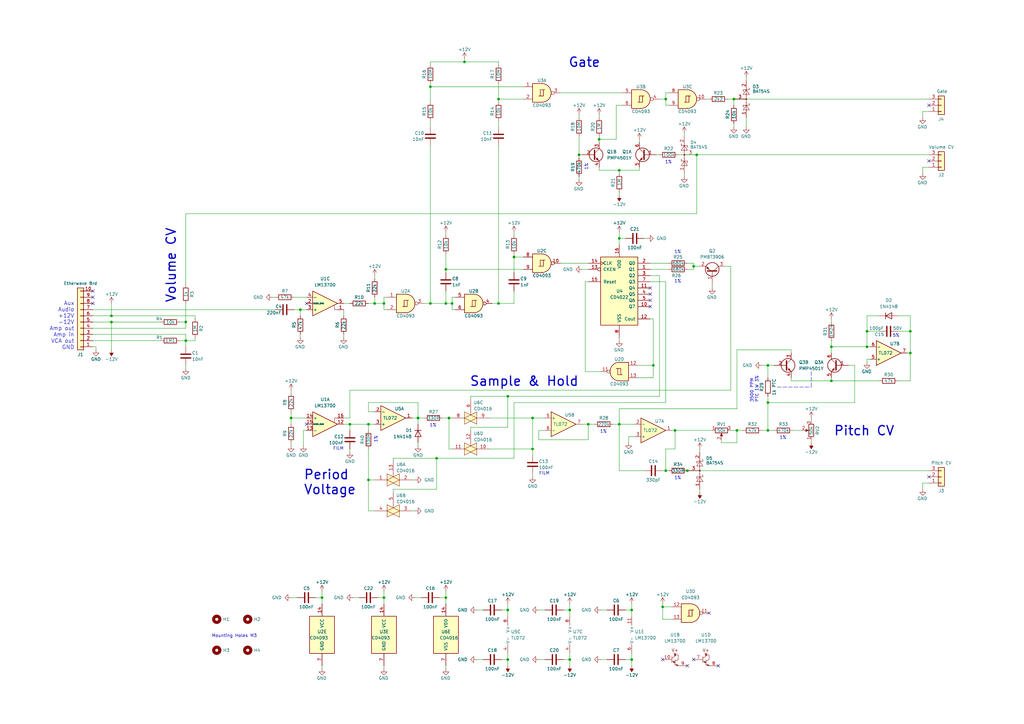
<source format=kicad_sch>
(kicad_sch (version 20231120) (generator "eeschema") (generator_version "8.0")
  (paper "A3")
  (title_block (title "Etherwave Gate & CV Extension") (date "2023-05-18") (rev "0") (company "Riven Hexagon Electronics"))
  (junction (at 153.67 124.46))
  (junction (at 123.19 127))
  (junction (at 273.05 193.04))
  (junction (at 373.38 144.78))
  (junction (at 259.08 270.51))
  (junction (at 314.96 176.53))
  (junction (at 157.48 245.11))
  (junction (at 119.38 171.45))
  (junction (at 185.42 124.46))
  (junction (at 45.72 129.54))
  (junction (at 143.51 173.99))
  (junction (at 182.88 245.11))
  (junction (at 271.78 248.92))
  (junction (at 300.99 40.64))
  (junction (at 204.47 40.64))
  (junction (at 314.96 165.1))
  (junction (at 184.15 171.45))
  (junction (at 208.28 250.19))
  (junction (at 241.3 173.99))
  (junction (at 273.05 40.64))
  (junction (at 285.75 63.5))
  (junction (at 182.88 110.49))
  (junction (at 176.53 124.46))
  (junction (at 151.13 196.85))
  (junction (at 171.45 171.45))
  (junction (at 373.38 135.89))
  (junction (at 281.94 193.04))
  (junction (at 208.28 162.56))
  (junction (at 233.68 270.51))
  (junction (at 267.97 149.86))
  (junction (at 208.28 270.51))
  (junction (at 245.745 57.15))
  (junction (at 254 173.99))
  (junction (at 276.86 176.53))
  (junction (at 233.68 250.19))
  (junction (at 45.72 132.08))
  (junction (at 210.82 105.41))
  (junction (at 259.08 250.19))
  (junction (at 151.13 173.99))
  (junction (at 179.07 187.96))
  (junction (at 176.53 35.56))
  (junction (at 132.08 245.11))
  (junction (at 355.6 135.89))
  (junction (at 340.995 156.21))
  (junction (at 355.6 142.24))
  (junction (at 190.5 25.4))
  (junction (at 76.2 132.08))
  (junction (at 254 97.79))
  (junction (at 76.2 139.7))
  (junction (at 340.995 142.24))
  (junction (at 204.47 124.46))
  (junction (at 218.44 171.45))
  (junction (at 314.96 149.86))
  (junction (at 254 69.85))
  (junction (at 302.26 176.53))
  (junction (at 157.48 124.46))
  (junction (at 182.88 124.46))
  (junction (at 237.49 63.5))
  (junction (at 284.48 109.22))
  (junction (at 218.44 184.15))
  (no_connect (at 125.73 173.99))
  (no_connect (at 266.7 125.73))
  (no_connect (at 266.7 120.65))
  (no_connect (at 381 195.58))
  (no_connect (at 290.83 251.46))
  (no_connect (at 294.64 273.05))
  (no_connect (at 281.94 273.05))
  (no_connect (at 381 43.18))
  (no_connect (at 271.78 270.51))
  (no_connect (at 38.1 119.38))
  (no_connect (at 381 66.04))
  (no_connect (at 266.7 123.19))
  (no_connect (at 38.1 124.46))
  (no_connect (at 38.1 121.92))
  (no_connect (at 266.7 118.11))
  (no_connect (at 284.48 270.51))
  (no_connect (at 125.73 124.46))
  (wire (pts (xy 237.49 63.5) (xy 237.49 64.77)))
  (wire (pts (xy 201.93 124.46) (xy 204.47 124.46)))
  (wire (pts (xy 119.38 181.61) (xy 119.38 182.88)))
  (wire (pts (xy 153.67 124.46) (xy 157.48 124.46)))
  (wire (pts (xy 284.48 107.95) (xy 284.48 109.22)))
  (wire (pts (xy 143.51 160.02) (xy 299.72 160.02)))
  (wire (pts (xy 360.68 129.54) (xy 355.6 129.54)))
  (wire (pts (xy 266.7 110.49) (xy 274.32 110.49)))
  (wire (pts (xy 223.52 176.53) (xy 220.98 176.53)))
  (wire (pts (xy 182.88 95.25) (xy 182.88 96.52)))
  (wire (pts (xy 132.08 242.57) (xy 132.08 245.11)))
  (wire (pts (xy 143.51 184.15) (xy 143.51 185.42)))
  (wire (pts (xy 238.76 110.49) (xy 241.3 110.49)))
  (wire (pts (xy 132.08 247.65) (xy 132.08 245.11)))
  (wire (pts (xy 273.05 43.18) (xy 273.05 40.64)))
  (wire (pts (xy 324.485 143.51) (xy 302.26 143.51)))
  (wire (pts (xy 233.68 252.73) (xy 233.68 250.19)))
  (wire (pts (xy 171.45 171.45) (xy 171.45 173.99)))
  (wire (pts (xy 295.91 181.61) (xy 302.26 181.61)))
  (wire (pts (xy 340.995 142.24) (xy 355.6 142.24)))
  (wire (pts (xy 324.485 144.78) (xy 324.485 143.51)))
  (wire (pts (xy 176.53 25.4) (xy 176.53 26.67)))
  (wire (pts (xy 119.38 160.02) (xy 119.38 161.29)))
  (wire (pts (xy 200.66 184.15) (xy 218.44 184.15)))
  (wire (pts (xy 182.88 104.14) (xy 182.88 110.49)))
  (wire (pts (xy 325.12 176.53) (xy 328.93 176.53)))
  (wire (pts (xy 251.46 173.99) (xy 254 173.99)))
  (wire (pts (xy 278.13 63.5) (xy 285.75 63.5)))
  (wire (pts (xy 273.05 193.04) (xy 273.05 184.15)))
  (wire (pts (xy 246.38 250.19) (xy 248.92 250.19)))
  (wire (pts (xy 182.88 273.05) (xy 182.88 274.32)))
  (wire (pts (xy 123.19 127) (xy 125.73 127)))
  (wire (pts (xy 254 97.79) (xy 254 100.33)))
  (wire (pts (xy 298.45 40.64) (xy 300.99 40.64)))
  (wire (pts (xy 245.745 57.15) (xy 252.73 57.15)))
  (wire (pts (xy 153.67 168.91) (xy 151.13 168.91)))
  (wire (pts (xy 261.62 149.86) (xy 267.97 149.86)))
  (wire (pts (xy 381 68.58) (xy 378.46 68.58)))
  (wire (pts (xy 259.08 270.51) (xy 259.08 273.05)))
  (wire (pts (xy 143.51 173.99) (xy 151.13 173.99)))
  (wire (pts (xy 267.97 130.81) (xy 267.97 149.86)))
  (wire (pts (xy 76.2 137.16) (xy 76.2 139.7)))
  (wire (pts (xy 157.48 247.65) (xy 157.48 245.11)))
  (wire (pts (xy 245.745 57.15) (xy 245.745 58.42)))
  (wire (pts (xy 161.29 189.23) (xy 161.29 187.96)))
  (wire (pts (xy 262.255 68.58) (xy 262.255 69.85)))
  (wire (pts (xy 153.67 124.46) (xy 153.67 121.92)))
  (wire (pts (xy 193.04 162.56) (xy 208.28 162.56)))
  (wire (pts (xy 259.08 247.65) (xy 259.08 250.19)))
  (wire (pts (xy 204.47 49.53) (xy 204.47 52.07)))
  (wire (pts (xy 144.78 245.11) (xy 147.32 245.11)))
  (wire (pts (xy 312.42 176.53) (xy 314.96 176.53)))
  (wire (pts (xy 373.38 129.54) (xy 368.3 129.54)))
  (wire (pts (xy 181.61 171.45) (xy 184.15 171.45)))
  (wire (pts (xy 314.96 165.1) (xy 350.52 165.1)))
  (wire (pts (xy 378.46 68.58) (xy 378.46 71.12)))
  (wire (pts (xy 157.48 245.11) (xy 154.94 245.11)))
  (wire (pts (xy 284.48 109.22) (xy 287.02 109.22)))
  (wire (pts (xy 208.28 162.56) (xy 270.51 162.56)))
  (wire (pts (xy 273.05 40.64) (xy 270.51 40.64)))
  (wire (pts (xy 204.47 26.67) (xy 204.47 25.4)))
  (wire (pts (xy 45.72 132.08) (xy 45.72 143.51)))
  (wire (pts (xy 237.49 55.88) (xy 237.49 63.5)))
  (wire (pts (xy 259.08 267.97) (xy 259.08 270.51)))
  (wire (pts (xy 185.42 127) (xy 186.69 127)))
  (wire (pts (xy 273.05 38.1) (xy 273.05 40.64)))
  (wire (pts (xy 220.98 250.19) (xy 223.52 250.19)))
  (wire (pts (xy 39.37 142.24) (xy 38.1 142.24)))
  (wire (pts (xy 241.3 173.99) (xy 238.76 173.99)))
  (wire (pts (xy 233.68 270.51) (xy 231.14 270.51)))
  (wire (pts (xy 266.7 115.57) (xy 273.05 115.57)))
  (wire (pts (xy 355.6 142.24) (xy 355.6 135.89)))
  (wire (pts (xy 332.74 171.45) (xy 332.74 172.72)))
  (wire (pts (xy 184.15 171.45) (xy 184.15 184.15)))
  (wire (pts (xy 368.3 156.21) (xy 373.38 156.21)))
  (wire (pts (xy 168.91 209.55) (xy 170.18 209.55)))
  (wire (pts (xy 237.49 46.99) (xy 237.49 48.26)))
  (wire (pts (xy 271.78 248.92) (xy 271.78 247.65)))
  (wire (pts (xy 324.485 154.94) (xy 324.485 156.21)))
  (wire (pts (xy 314.96 165.1) (xy 314.96 176.53)))
  (wire (pts (xy 76.2 149.86) (xy 76.2 151.13)))
  (wire (pts (xy 254 138.43) (xy 254 139.7)))
  (wire (pts (xy 254 173.99) (xy 260.35 173.99)))
  (wire (pts (xy 306.07 31.75) (xy 306.07 33.02)))
  (wire (pts (xy 300.99 40.64) (xy 300.99 43.18)))
  (wire (pts (xy 124.46 182.88) (xy 124.46 176.53)))
  (wire (pts (xy 259.08 250.19) (xy 256.54 250.19)))
  (wire (pts (xy 208.28 250.19) (xy 205.74 250.19)))
  (wire (pts (xy 161.29 200.66) (xy 179.07 200.66)))
  (wire (pts (xy 237.49 63.5) (xy 238.76 63.5)))
  (wire (pts (xy 157.48 121.92) (xy 157.48 124.46)))
  (wire (pts (xy 273.05 165.1) (xy 210.82 165.1)))
  (wire (pts (xy 340.995 130.81) (xy 340.995 132.08)))
  (wire (pts (xy 204.47 41.91) (xy 204.47 40.64)))
  (wire (pts (xy 287.02 184.15) (xy 287.02 185.42)))
  (wire (pts (xy 182.88 242.57) (xy 182.88 245.11)))
  (wire (pts (xy 210.82 165.1) (xy 210.82 187.96)))
  (wire (pts (xy 306.07 48.26) (xy 306.07 52.07)))
  (wire (pts (xy 151.13 184.15) (xy 151.13 196.85)))
  (wire (pts (xy 260.35 179.07) (xy 257.81 179.07)))
  (wire (pts (xy 355.6 135.89) (xy 360.68 135.89)))
  (wire (pts (xy 314.96 176.53) (xy 317.5 176.53)))
  (wire (pts (xy 120.65 127) (xy 123.19 127)))
  (wire (pts (xy 151.13 168.91) (xy 151.13 165.1)))
  (wire (pts (xy 185.42 121.92) (xy 185.42 124.46)))
  (wire (pts (xy 153.67 196.85) (xy 151.13 196.85)))
  (wire (pts (xy 355.6 147.32) (xy 355.6 148.59)))
  (wire (pts (xy 280.67 54.61) (xy 280.67 55.88)))
  (wire (pts (xy 76.2 87.63) (xy 76.2 116.84)))
  (wire (pts (xy 140.97 173.99) (xy 143.51 173.99)))
  (wire (pts (xy 254 95.25) (xy 254 97.79)))
  (wire (pts (xy 314.96 149.86) (xy 317.5 149.86)))
  (wire (pts (xy 295.91 181.61) (xy 295.91 180.34)))
  (wire (pts (xy 218.44 186.69) (xy 218.44 184.15)))
  (wire (pts (xy 171.45 181.61) (xy 171.45 182.88)))
  (wire (pts (xy 285.75 63.5) (xy 381 63.5)))
  (wire (pts (xy 193.04 175.26) (xy 193.04 176.53)))
  (wire (pts (xy 176.53 41.91) (xy 176.53 35.56)))
  (polyline (pts (xy 332.74 152.4) (xy 332.74 158.75)) (stroke (width 0) (type dash)))
  (wire (pts (xy 173.99 124.46) (xy 176.53 124.46)))
  (wire (pts (xy 267.97 149.86) (xy 267.97 154.94)))
  (wire (pts (xy 240.03 152.4) (xy 246.38 152.4)))
  (wire (pts (xy 182.88 119.38) (xy 182.88 124.46)))
  (wire (pts (xy 266.7 130.81) (xy 267.97 130.81)))
  (wire (pts (xy 200.66 171.45) (xy 218.44 171.45)))
  (wire (pts (xy 208.28 267.97) (xy 208.28 270.51)))
  (wire (pts (xy 182.88 110.49) (xy 182.88 111.76)))
  (wire (pts (xy 300.99 40.64) (xy 381 40.64)))
  (wire (pts (xy 124.46 176.53) (xy 125.73 176.53)))
  (wire (pts (xy 274.32 38.1) (xy 273.05 38.1)))
  (wire (pts (xy 204.47 40.64) (xy 214.63 40.64)))
  (wire (pts (xy 275.59 176.53) (xy 276.86 176.53)))
  (wire (pts (xy 273.05 193.04) (xy 274.32 193.04)))
  (wire (pts (xy 254 69.85) (xy 254 71.12)))
  (wire (pts (xy 76.2 139.7) (xy 80.01 139.7)))
  (wire (pts (xy 171.45 165.1) (xy 171.45 171.45)))
  (wire (pts (xy 218.44 194.31) (xy 218.44 195.58)))
  (wire (pts (xy 119.38 168.91) (xy 119.38 171.45)))
  (wire (pts (xy 204.47 59.69) (xy 204.47 124.46)))
  (wire (pts (xy 254 173.99) (xy 254 167.64)))
  (wire (pts (xy 182.88 247.65) (xy 182.88 245.11)))
  (wire (pts (xy 312.42 149.86) (xy 314.96 149.86)))
  (wire (pts (xy 204.47 25.4) (xy 190.5 25.4)))
  (wire (pts (xy 254 193.04) (xy 264.16 193.04)))
  (wire (pts (xy 73.66 132.08) (xy 76.2 132.08)))
  (wire (pts (xy 208.28 270.51) (xy 205.74 270.51)))
  (wire (pts (xy 38.1 129.54) (xy 45.72 129.54)))
  (wire (pts (xy 356.87 147.32) (xy 355.6 147.32)))
  (wire (pts (xy 378.46 200.66) (xy 378.46 198.12)))
  (wire (pts (xy 210.82 111.76) (xy 210.82 105.41)))
  (wire (pts (xy 275.59 254) (xy 271.78 254)))
  (wire (pts (xy 220.98 180.34) (xy 241.3 180.34)))
  (wire (pts (xy 373.38 135.89) (xy 373.38 129.54)))
  (wire (pts (xy 182.88 110.49) (xy 214.63 110.49)))
  (wire (pts (xy 241.3 180.34) (xy 241.3 173.99)))
  (wire (pts (xy 245.745 55.88) (xy 245.745 57.15)))
  (wire (pts (xy 378.46 45.72) (xy 378.46 48.26)))
  (wire (pts (xy 262.255 57.15) (xy 262.255 58.42)))
  (wire (pts (xy 297.18 109.22) (xy 299.72 109.22)))
  (wire (pts (xy 274.32 43.18) (xy 273.05 43.18)))
  (wire (pts (xy 80.01 129.54) (xy 80.01 130.81)))
  (wire (pts (xy 340.995 139.7) (xy 340.995 142.24)))
  (wire (pts (xy 254 167.64) (xy 302.26 167.64)))
  (wire (pts (xy 254 69.85) (xy 262.255 69.85)))
  (wire (pts (xy 314.96 149.86) (xy 314.96 154.94)))
  (wire (pts (xy 271.78 193.04) (xy 273.05 193.04)))
  (wire (pts (xy 176.53 124.46) (xy 182.88 124.46)))
  (wire (pts (xy 241.3 173.99) (xy 243.84 173.99)))
  (wire (pts (xy 270.51 113.03) (xy 270.51 162.56)))
  (wire (pts (xy 168.91 196.85) (xy 170.18 196.85)))
  (wire (pts (xy 273.05 115.57) (xy 273.05 165.1)))
  (wire (pts (xy 157.48 242.57) (xy 157.48 245.11)))
  (wire (pts (xy 76.2 124.46) (xy 76.2 132.08)))
  (wire (pts (xy 170.18 245.11) (xy 172.72 245.11)))
  (wire (pts (xy 300.99 50.8) (xy 300.99 52.07)))
  (wire (pts (xy 281.94 193.04) (xy 381 193.04)))
  (wire (pts (xy 179.07 187.96) (xy 179.07 200.66)))
  (wire (pts (xy 254 78.74) (xy 254 80.01)))
  (wire (pts (xy 176.53 59.69) (xy 176.53 124.46)))
  (wire (pts (xy 373.38 156.21) (xy 373.38 144.78)))
  (wire (pts (xy 184.15 184.15) (xy 185.42 184.15)))
  (wire (pts (xy 273.05 184.15) (xy 276.86 184.15)))
  (wire (pts (xy 372.11 144.78) (xy 373.38 144.78)))
  (wire (pts (xy 302.26 181.61) (xy 302.26 176.53)))
  (wire (pts (xy 246.38 270.51) (xy 248.92 270.51)))
  (wire (pts (xy 257.81 179.07) (xy 257.81 181.61)))
  (wire (pts (xy 190.5 25.4) (xy 176.53 25.4)))
  (wire (pts (xy 266.7 113.03) (xy 270.51 113.03)))
  (wire (pts (xy 185.42 124.46) (xy 185.42 127)))
  (wire (pts (xy 299.72 109.22) (xy 299.72 160.02)))
  (wire (pts (xy 355.6 142.24) (xy 356.87 142.24)))
  (wire (pts (xy 119.38 171.45) (xy 125.73 171.45)))
  (wire (pts (xy 284.48 109.22) (xy 284.48 110.49)))
  (wire (pts (xy 324.485 156.21) (xy 340.995 156.21)))
  (wire (pts (xy 161.29 201.93) (xy 161.29 200.66)))
  (wire (pts (xy 229.87 107.95) (xy 241.3 107.95)))
  (wire (pts (xy 210.82 187.96) (xy 179.07 187.96)))
  (wire (pts (xy 378.46 198.12) (xy 381 198.12)))
  (wire (pts (xy 186.69 121.92) (xy 185.42 121.92)))
  (wire (pts (xy 195.58 250.19) (xy 198.12 250.19)))
  (polyline (pts (xy 318.77 158.75) (xy 332.74 158.75)) (stroke (width 0) (type dash)))
  (wire (pts (xy 368.3 135.89) (xy 373.38 135.89)))
  (wire (pts (xy 151.13 173.99) (xy 151.13 176.53)))
  (wire (pts (xy 281.94 110.49) (xy 284.48 110.49)))
  (wire (pts (xy 281.94 107.95) (xy 284.48 107.95)))
  (wire (pts (xy 38.1 134.62) (xy 76.2 134.62)))
  (wire (pts (xy 158.75 127) (xy 157.48 127)))
  (wire (pts (xy 280.67 71.12) (xy 280.67 72.39)))
  (wire (pts (xy 259.08 270.51) (xy 256.54 270.51)))
  (wire (pts (xy 218.44 171.45) (xy 218.44 184.15)))
  (wire (pts (xy 271.78 254) (xy 271.78 248.92)))
  (wire (pts (xy 153.67 113.03) (xy 153.67 114.3)))
  (wire (pts (xy 259.08 252.73) (xy 259.08 250.19)))
  (wire (pts (xy 208.28 270.51) (xy 208.28 273.05)))
  (wire (pts (xy 290.83 40.64) (xy 289.56 40.64)))
  (wire (pts (xy 143.51 171.45) (xy 140.97 171.45)))
  (wire (pts (xy 39.37 142.24) (xy 39.37 143.51)))
  (wire (pts (xy 302.26 176.53) (xy 304.8 176.53)))
  (wire (pts (xy 210.82 124.46) (xy 204.47 124.46)))
  (wire (pts (xy 350.52 149.86) (xy 347.98 149.86)))
  (wire (pts (xy 233.68 270.51) (xy 233.68 273.05)))
  (wire (pts (xy 38.1 139.7) (xy 66.04 139.7)))
  (wire (pts (xy 120.65 121.92) (xy 125.73 121.92)))
  (wire (pts (xy 140.97 137.16) (xy 140.97 138.43)))
  (wire (pts (xy 252.73 43.18) (xy 255.27 43.18)))
  (wire (pts (xy 208.28 252.73) (xy 208.28 250.19)))
  (wire (pts (xy 276.86 184.15) (xy 276.86 176.53)))
  (wire (pts (xy 151.13 196.85) (xy 151.13 209.55)))
  (wire (pts (xy 220.98 270.51) (xy 223.52 270.51)))
  (wire (pts (xy 168.91 171.45) (xy 171.45 171.45)))
  (wire (pts (xy 45.72 124.46) (xy 45.72 129.54)))
  (wire (pts (xy 285.75 87.63) (xy 285.75 63.5)))
  (wire (pts (xy 210.82 105.41) (xy 214.63 105.41)))
  (wire (pts (xy 140.97 127) (xy 140.97 129.54)))
  (wire (pts (xy 220.98 176.53) (xy 220.98 180.34)))
  (wire (pts (xy 45.72 129.54) (xy 80.01 129.54)))
  (wire (pts (xy 132.08 245.11) (xy 129.54 245.11)))
  (wire (pts (xy 275.59 248.92) (xy 271.78 248.92)))
  (wire (pts (xy 314.96 162.56) (xy 314.96 165.1)))
  (wire (pts (xy 157.48 273.05) (xy 157.48 274.32)))
  (wire (pts (xy 123.19 127) (xy 123.19 129.54)))
  (wire (pts (xy 208.28 247.65) (xy 208.28 250.19)))
  (wire (pts (xy 119.38 245.11) (xy 121.92 245.11)))
  (wire (pts (xy 355.6 129.54) (xy 355.6 135.89)))
  (wire (pts (xy 210.82 95.25) (xy 210.82 96.52)))
  (wire (pts (xy 276.86 176.53) (xy 292.1 176.53)))
  (wire (pts (xy 210.82 119.38) (xy 210.82 124.46)))
  (wire (pts (xy 210.82 104.14) (xy 210.82 105.41)))
  (wire (pts (xy 218.44 171.45) (xy 223.52 171.45)))
  (wire (pts (xy 269.24 63.5) (xy 270.51 63.5)))
  (wire (pts (xy 76.2 87.63) (xy 285.75 87.63)))
  (wire (pts (xy 119.38 171.45) (xy 119.38 173.99)))
  (wire (pts (xy 195.58 270.51) (xy 198.12 270.51)))
  (wire (pts (xy 340.995 156.21) (xy 340.995 154.94)))
  (wire (pts (xy 38.1 132.08) (xy 45.72 132.08)))
  (wire (pts (xy 381 45.72) (xy 378.46 45.72)))
  (wire (pts (xy 182.88 245.11) (xy 180.34 245.11)))
  (wire (pts (xy 233.68 267.97) (xy 233.68 270.51)))
  (wire (pts (xy 151.13 165.1) (xy 171.45 165.1)))
  (wire (pts (xy 76.2 139.7) (xy 76.2 142.24)))
  (wire (pts (xy 157.48 124.46) (xy 157.48 127)))
  (wire (pts (xy 161.29 187.96) (xy 179.07 187.96)))
  (wire (pts (xy 45.72 132.08) (xy 66.04 132.08)))
  (wire (pts (xy 143.51 173.99) (xy 143.51 176.53)))
  (wire (pts (xy 140.97 124.46) (xy 143.51 124.46)))
  (wire (pts (xy 254 173.99) (xy 254 193.04)))
  (wire (pts (xy 208.28 175.26) (xy 193.04 175.26)))
  (wire (pts (xy 233.68 250.19) (xy 231.14 250.19)))
  (wire (pts (xy 132.08 273.05) (xy 132.08 274.32)))
  (wire (pts (xy 252.73 57.15) (xy 252.73 43.18)))
  (wire (pts (xy 340.995 142.24) (xy 340.995 144.78)))
  (wire (pts (xy 38.1 127) (xy 113.03 127)))
  (wire (pts (xy 123.19 137.16) (xy 123.19 138.43)))
  (wire (pts (xy 151.13 124.46) (xy 153.67 124.46)))
  (wire (pts (xy 80.01 139.7) (xy 80.01 138.43)))
  (wire (pts (xy 241.3 115.57) (xy 240.03 115.57)))
  (wire (pts (xy 204.47 34.29) (xy 204.47 40.64)))
  (wire (pts (xy 233.68 247.65) (xy 233.68 250.19)))
  (wire (pts (xy 158.75 121.92) (xy 157.48 121.92)))
  (wire (pts (xy 245.745 68.58) (xy 245.745 69.85)))
  (wire (pts (xy 240.03 115.57) (xy 240.03 152.4)))
  (wire (pts (xy 266.7 107.95) (xy 274.32 107.95)))
  (wire (pts (xy 267.97 154.94) (xy 261.62 154.94)))
  (wire (pts (xy 256.54 97.79) (xy 254 97.79)))
  (wire (pts (xy 340.995 156.21) (xy 360.68 156.21)))
  (wire (pts (xy 245.745 69.85) (xy 254 69.85)))
  (wire (pts (xy 143.51 160.02) (xy 143.51 171.45)))
  (wire (pts (xy 190.5 24.13) (xy 190.5 25.4)))
  (wire (pts (xy 184.15 171.45) (xy 185.42 171.45)))
  (wire (pts (xy 182.88 124.46) (xy 185.42 124.46)))
  (wire (pts (xy 176.53 34.29) (xy 176.53 35.56)))
  (wire (pts (xy 373.38 144.78) (xy 373.38 135.89)))
  (wire (pts (xy 350.52 165.1) (xy 350.52 149.86)))
  (wire (pts (xy 76.2 132.08) (xy 76.2 134.62)))
  (wire (pts (xy 287.02 200.66) (xy 287.02 201.93)))
  (wire (pts (xy 237.49 72.39) (xy 237.49 73.66)))
  (wire (pts (xy 292.1 116.84) (xy 292.1 118.11)))
  (wire (pts (xy 171.45 171.45) (xy 173.99 171.45)))
  (wire (pts (xy 153.67 209.55) (xy 151.13 209.55)))
  (wire (pts (xy 73.66 139.7) (xy 76.2 139.7)))
  (wire (pts (xy 151.13 173.99) (xy 153.67 173.99)))
  (wire (pts (xy 229.87 38.1) (xy 255.27 38.1)))
  (wire (pts (xy 38.1 137.16) (xy 76.2 137.16)))
  (wire (pts (xy 176.53 49.53) (xy 176.53 52.07)))
  (wire (pts (xy 332.74 180.34) (xy 332.74 181.61)))
  (wire (pts (xy 176.53 35.56) (xy 214.63 35.56)))
  (wire (pts (xy 299.72 176.53) (xy 302.26 176.53)))
  (wire (pts (xy 264.16 97.79) (xy 265.43 97.79)))
  (wire (pts (xy 245.745 46.99) (xy 245.745 48.26)))
  (wire (pts (xy 208.28 162.56) (xy 208.28 175.26)))
  (wire (pts (xy 302.26 143.51) (xy 302.26 167.64)))
  (wire (pts (xy 193.04 163.83) (xy 193.04 162.56)))
  (wire (pts (xy 111.76 121.92) (xy 113.03 121.92)))
  (text "1%" (at 248.92 177.8 0) (effects (font (size 1.27 1.27)) (justify right bottom)))
  (text "FILM" (at 140.97 184.785 0) (effects (font (size 1.27 1.27)) (justify right bottom)))
  (text "1%" (at 322.58 180.34 0) (effects (font (size 1.27 1.27)) (justify right bottom)))
  (text "Sample & Hold" (at 237.49 158.75 0) (effects (font (size 3.81 3.81) (thickness 0.508) (bold yes)) (justify right bottom)))
  (text "Aux\nAudio\n+12V\n-12V\nAmp out\nAmp in\nVCA out\nGND" (at 30.48 143.51 0) (effects (font (size 1.6 1.6)) (justify right bottom)))
  (text "Pitch CV" (at 367.03 179.07 0) (effects (font (size 3.81 3.81) (thickness 0.508) (bold yes)) (justify right bottom)))
  (text "3500 PPM\nPTC 1W 3%" (at 311.15 165.1 90) (effects (font (size 1.27 1.27)) (justify left bottom)))
  (text "Mounting Holes M3" (at 105.41 261.62 0) (effects (font (size 1.27 1.27)) (justify right bottom)))
  (text "1%" (at 241.3 69.85 90) (effects (font (size 1.27 1.27)) (justify left bottom)))
  (text "Gate" (at 246.38 27.94 0) (effects (font (size 3.81 3.81) (thickness 0.508) (bold yes)) (justify right bottom)))
  (text "1%" (at 279.4 104.14 0) (effects (font (size 1.27 1.27)) (justify right bottom)))
  (text "Period\nVoltage" (at 124.46 203.2 0) (effects (font (size 3.81 3.81) (thickness 0.508) (bold yes)) (justify left bottom)))
  (text "1%" (at 154.94 181.61 90) (effects (font (size 1.27 1.27)) (justify left bottom)))
  (text "1%" (at 279.4 116.205 0) (effects (font (size 1.27 1.27)) (justify right bottom)))
  (text "1%" (at 275.59 67.31 0) (effects (font (size 1.27 1.27)) (justify right bottom)))
  (text "5%" (at 368.935 138.43 0) (effects (font (size 1.27 1.27)) (justify right bottom)))
  (text "FILM" (at 225.425 194.945 0) (effects (font (size 1.27 1.27)) (justify right bottom)))
  (text "Volume CV" (at 72.39 124.46 90) (effects (font (size 3.81 3.81) (thickness 0.508) (bold yes)) (justify left bottom)))
  (text "1%" (at 279.4 196.85 0) (effects (font (size 1.27 1.27)) (justify right bottom)))
  (text "1%" (at 179.07 175.26 0) (effects (font (size 1.27 1.27)) (justify right bottom)))
  (symbol (lib_id "Connector_Generic:Conn_01x03") (at 386.08 43.18 0) (mirror x) (unit 1)
    (property "Reference" "J4" (at 384.81 48.895 0) (effects (justify left)))
    (property "Value" "Gate" (at 384.175 37.465 0) (effects (justify left)))
    (property "Footprint" "Connector_Molex:Molex_KK-254_AE-6410-03A_1x03_P2.54mm_Vertical" (effects (hide yes)))
  )
  (symbol (lib_id "power:+12V") (at 157.48 242.57 0) (unit 1)
    (property "Reference" "#PWR0134" (effects (hide yes)))
    (property "Value" "+12V" (at 157.48 238.76 0))
  )
  (symbol (lib_id "power:GND") (at 378.46 48.26 0) (unit 1)
    (property "Reference" "#PWR0162" (effects (hide yes)))
    (property "Value" "GND" (at 380.365 52.07 0) (effects (justify right)))
  )
  (symbol (lib_id "power:-12V") (at 287.02 201.93 180) (unit 1)
    (property "Reference" "#PWR0158" (effects (hide yes)))
    (property "Value" "-12V" (at 287.02 205.74 0))
  )
  (symbol (lib_id "power:GND") (at 218.44 195.58 0) (unit 1)
    (property "Reference" "#PWR0139" (effects (hide yes)))
    (property "Value" "GND" (at 218.44 199.39 0))
  )
  (symbol (lib_id "Amplifier_Operational:LM13700") (at 261.62 260.35 0) (unit 5)
    (property "Reference" "U1" (at 260.35 259.0799 0) (effects (justify left)))
    (property "Value" "LM13700" (at 260.35 261.6199 0) (effects (justify left)))
    (property "Footprint" "Package_SO:SOIC-16_3.9x9.9mm_P1.27mm" (effects (hide yes)))
    (property "Datasheet" "http://www.ti.com/lit/ds/symlink/lm13700.pdf" (effects (hide yes)))
  )
  (symbol (lib_id "Device:C") (at 218.44 190.5 0) (unit 1)
    (property "Reference" "C13" (at 220.98 189.23 0) (effects (justify left)))
    (property "Value" "100nF" (at 220.98 191.77 0) (effects (justify left)))
    (property "Footprint" "Capacitor_SMD:C_1812_4532Metric_Pad1.57x3.40mm_HandSolder" (effects (hide yes)))
  )
  (symbol (lib_id "Amplifier_Operational:TL072") (at 231.14 173.99 0) (unit 2)
    (property "Reference" "U5" (at 233.68 170.18 0))
    (property "Value" "TL072" (at 229.87 173.99 0))
    (property "Footprint" "Package_SO:SOIC-8_3.9x4.9mm_P1.27mm" (effects (hide yes)))
    (property "Datasheet" "http://www.ti.com/lit/ds/symlink/tl071.pdf" (effects (hide yes)))
  )
  (symbol (lib_id "4xxx:4016") (at 193.04 184.15 0) (unit 4)
    (property "Reference" "U6" (at 196.215 177.8 0))
    (property "Value" "CD4016" (at 198.12 180.34 0))
    (property "Footprint" "Package_SO:SOIC-14_3.9x8.7mm_P1.27mm" (effects (hide yes)))
    (property "Datasheet" "http://www.ti.com/lit/ds/symlink/cd4016b.pdf" (effects (hide yes)))
  )
  (symbol (lib_id "Device:R") (at 182.88 100.33 0) (unit 1)
    (property "Reference" "R12" (at 180.34 102.235 90) (effects (justify left)))
    (property "Value" "10k" (at 182.88 102.235 90) (effects (justify left)))
    (property "Footprint" "Resistor_SMD:R_0603_1608Metric_Pad0.98x0.95mm_HandSolder" (effects (hide yes)))
  )
  (symbol (lib_id "Device:R") (at 237.49 52.07 0) (mirror y) (unit 1)
    (property "Reference" "R18" (at 234.95 53.975 90) (effects (justify left)))
    (property "Value" "10M" (at 237.49 53.975 90) (effects (justify left)))
    (property "Footprint" "Resistor_SMD:R_0603_1608Metric_Pad0.98x0.95mm_HandSolder" (effects (hide yes)))
  )
  (symbol (lib_id "power:GND") (at 124.46 182.88 0) (unit 1)
    (property "Reference" "#PWR0123" (effects (hide yes)))
    (property "Value" "GND" (at 124.46 186.69 0))
  )
  (symbol (lib_id "power:GND") (at 280.67 72.39 0) (unit 1)
    (property "Reference" "#PWR0106" (effects (hide yes)))
    (property "Value" "GND" (at 282.575 76.2 0) (effects (justify right)))
  )
  (symbol (lib_id "power:GND") (at 292.1 118.11 0) (unit 1)
    (property "Reference" "#PWR0121" (effects (hide yes)))
    (property "Value" "GND" (at 294.005 121.92 0) (effects (justify right)))
  )
  (symbol (lib_id "power:GND") (at 257.81 181.61 0) (unit 1)
    (property "Reference" "#PWR0110" (effects (hide yes)))
    (property "Value" "GND" (at 257.81 185.42 0))
  )
  (symbol (lib_id "power:GND") (at 119.38 245.11 270) (unit 1)
    (property "Reference" "#PWR0137" (effects (hide yes)))
    (property "Value" "GND" (at 115.57 245.1099 90) (effects (justify right)))
  )
  (symbol (lib_id "Amplifier_Operational:LM13700") (at 292.1 270.51 0) (unit 4)
    (property "Reference" "U1" (at 289.56 260.35 0))
    (property "Value" "LM13700" (at 289.56 262.89 0))
    (property "Footprint" "Package_SO:SOIC-16_3.9x9.9mm_P1.27mm" (effects (hide yes)))
    (property "Datasheet" "http://www.ti.com/lit/ds/symlink/lm13700.pdf" (effects (hide yes)))
  )
  (symbol (lib_id "Device:C") (at 176.53 55.88 0) (mirror y) (unit 1)
    (property "Reference" "C10" (at 173.99 54.61 0) (effects (justify left)))
    (property "Value" "10nF" (at 173.99 57.15 0) (effects (justify left)))
    (property "Footprint" "Capacitor_SMD:C_0603_1608Metric_Pad1.08x0.95mm_HandSolder" (effects (hide yes)))
  )
  (symbol (lib_id "Device:R") (at 151.13 180.34 180) (unit 1)
    (property "Reference" "R40" (at 148.59 180.34 90))
    (property "Value" "330R" (at 151.13 180.34 90))
    (property "Footprint" "Resistor_SMD:R_0603_1608Metric_Pad0.98x0.95mm_HandSolder" (effects (hide yes)))
  )
  (symbol (lib_id "power:+12V") (at 287.02 184.15 0) (unit 1)
    (property "Reference" "#PWR0120" (effects (hide yes)))
    (property "Value" "+12V" (at 287.02 180.34 0))
  )
  (symbol (lib_id "Device:R") (at 119.38 165.1 180) (unit 1)
    (property "Reference" "R8" (at 116.84 165.1 90))
    (property "Value" "22k" (at 119.38 165.1 90))
    (property "Footprint" "Resistor_SMD:R_0603_1608Metric_Pad0.98x0.95mm_HandSolder" (effects (hide yes)))
  )
  (symbol (lib_id "Device:R") (at 245.745 52.07 0) (mirror y) (unit 1)
    (property "Reference" "R20" (at 243.205 53.975 90) (effects (justify left)))
    (property "Value" "1M" (at 245.745 53.34 90) (effects (justify left)))
    (property "Footprint" "Resistor_SMD:R_0603_1608Metric_Pad0.98x0.95mm_HandSolder" (effects (hide yes)))
  )
  (symbol (lib_id "Etherwave:PMP4501Y") (at 243.84 63.5 0) (unit 2)
    (property "Reference" "Q1" (at 248.92 62.23 0) (effects (justify left)))
    (property "Value" "PMP4501Y" (effects (hide yes)))
    (property "Footprint" "Package_TO_SOT_SMD:SOT-363_SC-70-6_Handsoldering" (effects (hide yes)))
  )
  (symbol (lib_id "power:-12V") (at 332.74 181.61 180) (unit 1)
    (property "Reference" "#PWR0166" (effects (hide yes)))
    (property "Value" "-12V" (at 332.74 185.42 0))
  )
  (symbol (lib_id "power:GND") (at 140.97 138.43 0) (unit 1)
    (property "Reference" "#PWR0130" (effects (hide yes)))
    (property "Value" "GND" (at 142.875 142.24 0) (effects (justify right)))
  )
  (symbol (lib_id "power:+12V") (at 182.88 95.25 0) (unit 1)
    (property "Reference" "#PWR0115" (effects (hide yes)))
    (property "Value" "+12V" (at 182.88 91.44 0))
  )
  (symbol (lib_id "power:GND") (at 111.76 121.92 270) (unit 1)
    (property "Reference" "#PWR0125" (effects (hide yes)))
    (property "Value" "GND" (at 107.95 121.92 90) (effects (justify right)))
  )
  (symbol (lib_id "Device:R") (at 278.13 107.95 90) (unit 1)
    (property "Reference" "R25" (at 280.035 105.41 90) (effects (justify left)))
    (property "Value" "680k" (at 280.67 107.95 90) (effects (justify left)))
    (property "Footprint" "Resistor_SMD:R_0603_1608Metric_Pad0.98x0.95mm_HandSolder" (effects (hide yes)))
  )
  (symbol (lib_id "power:+12V") (at 153.67 113.03 0) (unit 1)
    (property "Reference" "#PWR0131" (effects (hide yes)))
    (property "Value" "+12V" (at 153.67 109.22 0))
  )
  (symbol (lib_id "power:+12V") (at 45.72 124.46 0) (unit 1)
    (property "Reference" "#PWR0126" (effects (hide yes)))
    (property "Value" "+12V" (at 45.72 120.65 0))
  )
  (symbol (lib_id "power:+12V") (at 332.74 171.45 0) (unit 1)
    (property "Reference" "#PWR0167" (effects (hide yes)))
    (property "Value" "+12V" (at 332.74 167.64 0))
  )
  (symbol (lib_id "Device:R") (at 147.32 124.46 90) (unit 1)
    (property "Reference" "R10" (at 147.32 121.92 90))
    (property "Value" "22k" (at 147.32 124.46 90))
    (property "Footprint" "Resistor_SMD:R_0603_1608Metric_Pad0.98x0.95mm_HandSolder" (effects (hide yes)))
  )
  (symbol (lib_id "Amplifier_Operational:TL072") (at 210.82 260.35 0) (unit 3)
    (property "Reference" "U5" (at 209.55 259.0799 0) (effects (justify left)))
    (property "Value" "TL072" (at 209.55 261.6199 0) (effects (justify left)))
    (property "Footprint" "Package_SO:SOIC-8_3.9x4.9mm_P1.27mm" (effects (hide yes)))
    (property "Datasheet" "http://www.ti.com/lit/ds/symlink/tl071.pdf" (effects (hide yes)))
  )
  (symbol (lib_id "power:GND") (at 157.48 274.32 0) (unit 1)
    (property "Reference" "#PWR0144" (effects (hide yes)))
    (property "Value" "GND" (at 159.385 278.13 0) (effects (justify right)))
  )
  (symbol (lib_id "power:-12V") (at 208.28 273.05 180) (unit 1)
    (property "Reference" "#PWR0156" (effects (hide yes)))
    (property "Value" "-12V" (at 208.28 276.86 0))
  )
  (symbol (lib_id "Amplifier_Operational:TL072") (at 267.97 176.53 0) (mirror x) (unit 1)
    (property "Reference" "U7" (at 270.51 172.72 0))
    (property "Value" "TL072" (at 266.7 176.53 0))
    (property "Footprint" "Package_SO:SOIC-8_3.9x4.9mm_P1.27mm" (effects (hide yes)))
    (property "Datasheet" "http://www.ti.com/lit/ds/symlink/tl071.pdf" (effects (hide yes)))
  )
  (symbol (lib_id "4xxx:HEF4093B") (at 283.21 251.46 0) (unit 4)
    (property "Reference" "U3" (at 283.21 242.57 0))
    (property "Value" "CD4093" (at 283.21 245.11 0))
    (property "Footprint" "Package_SO:TSSOP-14_4.4x5mm_P0.65mm" (effects (hide yes)))
    (property "Datasheet" "https://assets.nexperia.com/documents/data-sheet/HEF4093B.pdf" (effects (hide yes)))
  )
  (symbol (lib_id "power:GND") (at 144.78 245.11 270) (unit 1)
    (property "Reference" "#PWR0135" (effects (hide yes)))
    (property "Value" "GND" (at 140.97 245.1099 90) (effects (justify right)))
  )
  (symbol (lib_id "Amplifier_Operational:LM13700") (at 279.4 270.51 0) (unit 2)
    (property "Reference" "U1" (at 276.86 260.35 0))
    (property "Value" "LM13700" (at 276.86 262.89 0))
    (property "Footprint" "Package_SO:SOIC-16_3.9x9.9mm_P1.27mm" (effects (hide yes)))
    (property "Datasheet" "http://www.ti.com/lit/ds/symlink/lm13700.pdf" (effects (hide yes)))
  )
  (symbol (lib_id "Device:C") (at 364.49 135.89 90) (mirror x) (unit 1)
    (property "Reference" "C15" (at 360.68 137.16 90))
    (property "Value" "100pF    50V" (at 363.22 134.62 90))
    (property "Footprint" "Capacitor_SMD:C_0603_1608Metric_Pad1.08x0.95mm_HandSolder" (effects (hide yes)))
  )
  (symbol (lib_id "Amplifier_Operational:TL072") (at 236.22 260.35 0) (unit 3)
    (property "Reference" "U7" (at 234.95 259.0799 0) (effects (justify left)))
    (property "Value" "TL072" (at 234.95 261.6199 0) (effects (justify left)))
    (property "Footprint" "Package_SO:SOIC-8_3.9x4.9mm_P1.27mm" (effects (hide yes)))
    (property "Datasheet" "http://www.ti.com/lit/ds/symlink/tl071.pdf" (effects (hide yes)))
  )
  (symbol (lib_id "4xxx:4016") (at 182.88 260.35 0) (unit 5)
    (property "Reference" "U6" (at 180.975 259.08 0) (effects (justify left)))
    (property "Value" "CD4016" (at 180.34 261.62 0) (effects (justify left)))
    (property "Footprint" "Package_SO:SOIC-14_3.9x8.7mm_P1.27mm" (effects (hide yes)))
    (property "Datasheet" "http://www.ti.com/lit/ds/symlink/cd4016b.pdf" (effects (hide yes)))
  )
  (symbol (lib_id "Device:C") (at 252.73 250.19 90) (unit 1)
    (property "Reference" "C6" (at 252.73 246.38 90))
    (property "Value" "100nF" (at 252.73 254 90))
    (property "Footprint" "Capacitor_SMD:C_0603_1608Metric_Pad1.08x0.95mm_HandSolder" (effects (hide yes)))
  )
  (symbol (lib_id "Device:R") (at 80.01 134.62 0) (mirror x) (unit 1)
    (property "Reference" "R2" (at 82.55 133.35 90) (effects (justify left)))
    (property "Value" "1M" (at 80.01 133.35 90) (effects (justify left)))
    (property "Footprint" "Resistor_SMD:R_0603_1608Metric_Pad0.98x0.95mm_HandSolder" (effects (hide yes)))
  )
  (symbol (lib_id "Diode:1N4148") (at 171.45 177.8 270) (unit 1)
    (property "Reference" "D1" (at 166.37 176.53 90) (effects (justify left)))
    (property "Value" "1N4148" (at 161.29 179.07 90) (effects (justify left)))
    (property "Footprint" "Diode_SMD:D_SOD-323_HandSoldering" (effects (hide yes)))
    (property "Datasheet" "https://assets.nexperia.com/documents/data-sheet/1N4148_1N4448.pdf" (effects (hide yes)))
  )
  (symbol (lib_id "power:GND") (at 300.99 52.07 0) (unit 1)
    (property "Reference" "#PWR0108" (effects (hide yes)))
    (property "Value" "GND" (at 302.895 55.88 0) (effects (justify right)))
  )
  (symbol (lib_id "Diode:BAT54S") (at 287.02 193.04 270) (mirror x) (unit 1)
    (property "Reference" "D5" (at 289.56 187.96 90) (effects (justify left)))
    (property "Value" "BAT54S" (at 289.56 189.865 90) (effects (justify left)))
    (property "Footprint" "Package_TO_SOT_SMD:SOT-23" (effects (hide yes)))
    (property "Datasheet" "https://www.diodes.com/assets/Datasheets/ds11005.pdf" (effects (hide yes)))
  )
  (symbol (lib_id "Diode:BAT54S") (at 280.67 63.5 90) (unit 1)
    (property "Reference" "D4" (at 285.75 58.42 90) (effects (justify left)))
    (property "Value" "BAT54S" (at 290.195 60.325 90) (effects (justify left)))
    (property "Footprint" "Package_TO_SOT_SMD:SOT-23" (effects (hide yes)))
    (property "Datasheet" "https://www.diodes.com/assets/Datasheets/ds11005.pdf" (effects (hide yes)))
  )
  (symbol (lib_id "4xxx:HEF4093B") (at 194.31 124.46 0) (unit 2)
    (property "Reference" "U2" (at 194.31 119.38 0))
    (property "Value" "CD4093" (at 194.31 129.54 0))
    (property "Footprint" "Package_SO:TSSOP-14_4.4x5mm_P0.65mm" (effects (hide yes)))
    (property "Datasheet" "https://assets.nexperia.com/documents/data-sheet/HEF4093B.pdf" (effects (hide yes)))
  )
  (symbol (lib_id "Device:C") (at 125.73 245.11 90) (unit 1)
    (property "Reference" "C5" (at 125.73 241.3 90))
    (property "Value" "100nF" (at 125.73 248.92 90))
    (property "Footprint" "Capacitor_SMD:C_0603_1608Metric_Pad1.08x0.95mm_HandSolder" (effects (hide yes)))
  )
  (symbol (lib_id "Device:R") (at 210.82 100.33 0) (unit 1)
    (property "Reference" "R13" (at 208.28 102.235 90) (effects (justify left)))
    (property "Value" "10k" (at 210.82 102.235 90) (effects (justify left)))
    (property "Footprint" "Resistor_SMD:R_0603_1608Metric_Pad0.98x0.95mm_HandSolder" (effects (hide yes)))
  )
  (symbol (lib_id "4xxx:4016") (at 161.29 209.55 0) (unit 2)
    (property "Reference" "U6" (at 164.465 203.2 0))
    (property "Value" "CD4016" (at 166.37 205.74 0))
    (property "Footprint" "Package_SO:SOIC-14_3.9x8.7mm_P1.27mm" (effects (hide yes)))
    (property "Datasheet" "http://www.ti.com/lit/ds/symlink/cd4016b.pdf" (effects (hide yes)))
  )
  (symbol (lib_id "Device:R") (at 69.85 132.08 90) (mirror x) (unit 1)
    (property "Reference" "R4" (at 66.675 130.81 90) (effects (justify left)))
    (property "Value" "10k" (at 71.755 132.08 90) (effects (justify left)))
    (property "Footprint" "Resistor_SMD:R_0603_1608Metric_Pad0.98x0.95mm_HandSolder" (effects (hide yes)))
  )
  (symbol (lib_id "Device:C") (at 201.93 270.51 90) (unit 1)
    (property "Reference" "C18" (at 201.93 266.7 90))
    (property "Value" "100nF" (at 201.93 274.32 90))
    (property "Footprint" "Capacitor_SMD:C_0603_1608Metric_Pad1.08x0.95mm_HandSolder" (effects (hide yes)))
  )
  (symbol (lib_id "Device:R_Potentiometer") (at 332.74 176.53 180) (unit 1)
    (property "Reference" "RV2" (at 335.28 178.435 90) (effects (justify right)))
    (property "Value" "50k" (at 332.74 178.435 90) (effects (justify right)))
    (property "Footprint" "Potentiometer_THT:Potentiometer_Bourns_3266Z_Horizontal" (effects (hide yes)))
  )
  (symbol (lib_id "4xxx:HEF4093B") (at 222.25 107.95 0) (unit 3)
    (property "Reference" "U2" (at 222.25 102.87 0))
    (property "Value" "CD4093" (at 222.25 113.03 0))
    (property "Footprint" "Package_SO:TSSOP-14_4.4x5mm_P0.65mm" (effects (hide yes)))
    (property "Datasheet" "https://assets.nexperia.com/documents/data-sheet/HEF4093B.pdf" (effects (hide yes)))
  )
  (symbol (lib_name "PMP4501Y_3") (lib_id "Etherwave:PMP4501Y") (at 264.16 63.5 0) (mirror y) (unit 1)
    (property "Reference" "Q1" (at 259.08 62.2299 0) (effects (justify left)))
    (property "Value" "PMP4501Y" (at 259.08 64.7699 0) (effects (justify left)))
    (property "Footprint" "Package_TO_SOT_SMD:SOT-363_SC-70-6_Handsoldering" (effects (hide yes)))
  )
  (symbol (lib_id "Etherwave:PMP4501Y") (at 322.58 149.86 0) (unit 2)
    (property "Reference" "Q3" (at 327.66 148.59 0) (effects (justify left)))
    (property "Value" "PMP4501Y" (effects (hide yes)))
    (property "Footprint" "Package_TO_SOT_SMD:SOT-363_SC-70-6_Handsoldering" (effects (hide yes)))
  )
  (symbol (lib_id "4xxx:4016") (at 161.29 196.85 0) (unit 1)
    (property "Reference" "U6" (at 164.465 190.5 0))
    (property "Value" "CD4016" (at 166.37 193.04 0))
    (property "Footprint" "Package_SO:SOIC-14_3.9x8.7mm_P1.27mm" (effects (hide yes)))
    (property "Datasheet" "http://www.ti.com/lit/ds/symlink/cd4016b.pdf" (effects (hide yes)))
  )
  (symbol (lib_name "PMP4501Y_3") (lib_id "Etherwave:PMP4501Y") (at 342.9 149.86 0) (mirror y) (unit 1)
    (property "Reference" "Q3" (at 337.82 148.5899 0) (effects (justify left)))
    (property "Value" "PMP4501Y" (at 337.82 151.1299 0) (effects (justify left)))
    (property "Footprint" "Package_TO_SOT_SMD:SOT-363_SC-70-6_Handsoldering" (effects (hide yes)))
  )
  (symbol (lib_id "power:GND") (at 378.46 71.12 0) (unit 1)
    (property "Reference" "#PWR0163" (effects (hide yes)))
    (property "Value" "GND" (at 380.365 74.93 0) (effects (justify right)))
  )
  (symbol (lib_id "power:+12V") (at 271.78 247.65 0) (unit 1)
    (property "Reference" "#PWR0159" (effects (hide yes)))
    (property "Value" "+12V" (at 271.78 243.84 0))
  )
  (symbol (lib_id "power:GND") (at 132.08 274.32 0) (unit 1)
    (property "Reference" "#PWR0145" (effects (hide yes)))
    (property "Value" "GND" (at 133.985 278.13 0) (effects (justify right)))
  )
  (symbol (lib_id "Device:R") (at 140.97 133.35 0) (unit 1)
    (property "Reference" "R6" (at 138.43 134.62 90) (effects (justify left)))
    (property "Value" "22k" (at 140.97 135.255 90) (effects (justify left)))
    (property "Footprint" "Resistor_SMD:R_0603_1608Metric_Pad0.98x0.95mm_HandSolder" (effects (hide yes)))
  )
  (symbol (lib_id "power:+12V") (at 190.5 24.13 0) (unit 1)
    (property "Reference" "#PWR0112" (effects (hide yes)))
    (property "Value" "+12V" (at 190.5 20.32 0))
  )
  (symbol (lib_id "Transistor_BJT:MMBT3906") (at 292.1 111.76 270) (mirror x) (unit 1)
    (property "Reference" "Q2" (at 292.1 102.87 90))
    (property "Value" "PMBT3906" (at 292.1 105.41 90))
    (property "Footprint" "Package_TO_SOT_SMD:SOT-23_Handsoldering" (effects (hide yes)))
    (property "Datasheet" "https://www.onsemi.com/pub/Collateral/2N3906-D.PDF" (effects (hide yes)))
  )
  (symbol (lib_id "power:GND") (at 220.98 270.51 270) (unit 1)
    (property "Reference" "#PWR0152" (effects (hide yes)))
    (property "Value" "GND" (at 217.17 270.51 90) (effects (justify right)))
  )
  (symbol (lib_id "power:GND") (at 254 139.7 0) (unit 1)
    (property "Reference" "#PWR0119" (effects (hide yes)))
    (property "Value" "GND" (at 255.905 143.51 0) (effects (justify right)))
  )
  (symbol (lib_id "Device:C") (at 116.84 127 90) (unit 1)
    (property "Reference" "C4" (at 114.3 125.73 90))
    (property "Value" "220nF" (at 112.395 128.27 90))
    (property "Footprint" "Capacitor_SMD:C_0603_1608Metric_Pad1.08x0.95mm_HandSolder" (effects (hide yes)))
  )
  (symbol (lib_id "power:-12V") (at 259.08 273.05 180) (unit 1)
    (property "Reference" "#PWR0151" (effects (hide yes)))
    (property "Value" "-12V" (at 259.08 276.86 0))
  )
  (symbol (lib_id "Device:R") (at 116.84 121.92 90) (unit 1)
    (property "Reference" "R7" (at 116.84 119.38 90))
    (property "Value" "47k" (at 116.84 121.92 90))
    (property "Footprint" "Resistor_SMD:R_0603_1608Metric_Pad0.98x0.95mm_HandSolder" (effects (hide yes)))
  )
  (symbol (lib_id "Device:R") (at 176.53 45.72 0) (mirror y) (unit 1)
    (property "Reference" "R15" (at 173.99 47.625 90) (effects (justify left)))
    (property "Value" "10k" (at 176.53 47.625 90) (effects (justify left)))
    (property "Footprint" "Resistor_SMD:R_0603_1608Metric_Pad0.98x0.95mm_HandSolder" (effects (hide yes)))
  )
  (symbol (lib_id "Device:C") (at 267.97 193.04 90) (unit 1)
    (property "Reference" "C14" (at 267.97 189.23 90))
    (property "Value" "330pF" (at 267.97 196.85 90))
    (property "Footprint" "Capacitor_SMD:C_0603_1608Metric_Pad1.08x0.95mm_HandSolder" (effects (hide yes)))
  )
  (symbol (lib_id "4xxx:HEF4093B") (at 132.08 260.35 0) (unit 5)
    (property "Reference" "U2" (at 130.175 259.08 0) (effects (justify left)))
    (property "Value" "CD4093" (at 127 261.62 0) (effects (justify left)))
    (property "Footprint" "Package_SO:TSSOP-14_4.4x5mm_P0.65mm" (effects (hide yes)))
    (property "Datasheet" "https://assets.nexperia.com/documents/data-sheet/HEF4093B.pdf" (effects (hide yes)))
  )
  (symbol (lib_id "Device:R") (at 294.64 40.64 90) (mirror x) (unit 1)
    (property "Reference" "R23" (at 296.545 38.1 90) (effects (justify left)))
    (property "Value" "2k2" (at 296.545 40.64 90) (effects (justify left)))
    (property "Footprint" "Resistor_SMD:R_0603_1608Metric_Pad0.98x0.95mm_HandSolder" (effects (hide yes)))
  )
  (symbol (lib_id "power:GND") (at 237.49 73.66 0) (unit 1)
    (property "Reference" "#PWR0116" (effects (hide yes)))
    (property "Value" "GND" (at 239.395 77.47 0) (effects (justify right)))
  )
  (symbol (lib_id "power:GND") (at 170.18 196.85 90) (mirror x) (unit 1)
    (property "Reference" "#PWR0142" (effects (hide yes)))
    (property "Value" "GND" (at 173.99 196.8499 90) (effects (justify right)))
  )
  (symbol (lib_id "4xxx:HEF4093B") (at 222.25 38.1 0) (unit 1)
    (property "Reference" "U3" (at 222.25 33.02 0))
    (property "Value" "CD4093" (at 222.25 43.18 0))
    (property "Footprint" "Package_SO:TSSOP-14_4.4x5mm_P0.65mm" (effects (hide yes)))
    (property "Datasheet" "https://assets.nexperia.com/documents/data-sheet/HEF4093B.pdf" (effects (hide yes)))
  )
  (symbol (lib_id "Amplifier_Operational:TL072") (at 161.29 171.45 0) (mirror x) (unit 1)
    (property "Reference" "U5" (at 163.83 167.64 0))
    (property "Value" "TL072" (at 160.02 171.45 0))
    (property "Footprint" "Package_SO:SOIC-8_3.9x4.9mm_P1.27mm" (effects (hide yes)))
    (property "Datasheet" "http://www.ti.com/lit/ds/symlink/tl071.pdf" (effects (hide yes)))
  )
  (symbol (lib_id "4xxx:HEF4093B") (at 281.94 40.64 0) (unit 3)
    (property "Reference" "U3" (at 281.94 35.56 0))
    (property "Value" "CD4093" (at 281.94 45.72 0))
    (property "Footprint" "Package_SO:TSSOP-14_4.4x5mm_P0.65mm" (effects (hide yes)))
    (property "Datasheet" "https://assets.nexperia.com/documents/data-sheet/HEF4093B.pdf" (effects (hide yes)))
  )
  (symbol (lib_id "power:GND") (at 170.18 209.55 90) (mirror x) (unit 1)
    (property "Reference" "#PWR0143" (effects (hide yes)))
    (property "Value" "GND" (at 173.99 209.5499 90) (effects (justify right)))
  )
  (symbol (lib_id "power:GND") (at 195.58 250.19 270) (unit 1)
    (property "Reference" "#PWR0155" (effects (hide yes)))
    (property "Value" "GND" (at 191.77 250.1899 90) (effects (justify right)))
  )
  (symbol (lib_id "power:GND") (at 76.2 151.13 0) (unit 1)
    (property "Reference" "#PWR0129" (effects (hide yes)))
    (property "Value" "GND" (at 76.2 154.94 0))
  )
  (symbol (lib_id "Device:R") (at 119.38 177.8 180) (unit 1)
    (property "Reference" "R9" (at 116.84 177.8 90))
    (property "Value" "22k" (at 119.38 177.8 90))
    (property "Footprint" "Resistor_SMD:R_0603_1608Metric_Pad0.98x0.95mm_HandSolder" (effects (hide yes)))
  )
  (symbol (lib_id "power:-12V") (at 254 80.01 180) (unit 1)
    (property "Reference" "#PWR0101" (effects (hide yes)))
    (property "Value" "-12V" (at 254 83.82 0))
  )
  (symbol (lib_id "power:GND") (at 119.38 182.88 0) (unit 1)
    (property "Reference" "#PWR0124" (effects (hide yes)))
    (property "Value" "GND" (at 119.38 186.69 0))
  )
  (symbol (lib_id "Device:R") (at 254 74.93 0) (mirror y) (unit 1)
    (property "Reference" "R21" (at 251.46 76.835 90) (effects (justify left)))
    (property "Value" "1M" (at 254 76.2 90) (effects (justify left)))
    (property "Footprint" "Resistor_SMD:R_0603_1608Metric_Pad0.98x0.95mm_HandSolder" (effects (hide yes)))
  )
  (symbol (lib_id "Diode:BAT54S") (at 306.07 40.64 270) (mirror x) (unit 1)
    (property "Reference" "D3" (at 308.61 35.56 90) (effects (justify left)))
    (property "Value" "BAT54S" (at 308.61 37.465 90) (effects (justify left)))
    (property "Footprint" "Package_TO_SOT_SMD:SOT-23" (effects (hide yes)))
    (property "Datasheet" "https://www.diodes.com/assets/Datasheets/ds11005.pdf" (effects (hide yes)))
  )
  (symbol (lib_id "4xxx:HEF4093B") (at 262.89 40.64 0) (unit 2)
    (property "Reference" "U3" (at 262.89 35.56 0))
    (property "Value" "CD4093" (at 262.89 45.72 0))
    (property "Footprint" "Package_SO:TSSOP-14_4.4x5mm_P0.65mm" (effects (hide yes)))
    (property "Datasheet" "https://assets.nexperia.com/documents/data-sheet/HEF4093B.pdf" (effects (hide yes)))
  )
  (symbol (lib_id "power:-12V") (at 233.68 273.05 180) (unit 1)
    (property "Reference" "#PWR0148" (effects (hide yes)))
    (property "Value" "-12V" (at 233.68 276.86 0))
  )
  (symbol (lib_id "power:GND") (at 246.38 250.19 270) (unit 1)
    (property "Reference" "#PWR0146" (effects (hide yes)))
    (property "Value" "GND" (at 242.57 250.1899 90) (effects (justify right)))
  )
  (symbol (lib_id "Device:R") (at 237.49 68.58 0) (mirror y) (unit 1)
    (property "Reference" "R19" (at 234.95 70.485 90) (effects (justify left)))
    (property "Value" "470k" (at 237.49 71.12 90) (effects (justify left)))
    (property "Footprint" "Resistor_SMD:R_0603_1608Metric_Pad0.98x0.95mm_HandSolder" (effects (hide yes)))
  )
  (symbol (lib_id "Device:R") (at 247.65 173.99 270) (unit 1)
    (property "Reference" "R28" (at 247.65 171.45 90))
    (property "Value" "220k" (at 247.65 173.99 90))
    (property "Footprint" "Resistor_SMD:R_0603_1608Metric_Pad0.98x0.95mm_HandSolder" (effects (hide yes)))
  )
  (symbol (lib_id "Device:R") (at 340.995 135.89 0) (unit 1)
    (property "Reference" "R31" (at 338.455 137.795 90) (effects (justify left)))
    (property "Value" "1M24" (at 340.995 138.43 90) (effects (justify left)))
    (property "Footprint" "Resistor_SMD:R_0603_1608Metric_Pad0.98x0.95mm_HandSolder" (effects (hide yes)))
  )
  (symbol (lib_id "power:+12V") (at 340.995 130.81 0) (unit 1)
    (property "Reference" "#PWR0161" (effects (hide yes)))
    (property "Value" "+12V" (at 340.995 127 0))
  )
  (symbol (lib_id "power:GND") (at 265.43 97.79 90) (mirror x) (unit 1)
    (property "Reference" "#PWR0102" (effects (hide yes)))
    (property "Value" "GND" (at 269.24 97.79 90) (effects (justify right)))
  )
  (symbol (lib_id "Device:C") (at 76.2 146.05 0) (unit 1)
    (property "Reference" "C1" (at 78.74 144.78 0) (effects (justify left)))
    (property "Value" "10nF" (at 78.74 147.32 0) (effects (justify left)))
    (property "Footprint" "Capacitor_SMD:C_0603_1608Metric_Pad1.08x0.95mm_HandSolder" (effects (hide yes)))
  )
  (symbol (lib_id "Amplifier_Operational:TL072") (at 364.49 144.78 0) (mirror x) (unit 2)
    (property "Reference" "U7" (at 367.03 140.97 0))
    (property "Value" "TL072" (at 363.22 144.78 0))
    (property "Footprint" "Package_SO:SOIC-8_3.9x4.9mm_P1.27mm" (effects (hide yes)))
    (property "Datasheet" "http://www.ti.com/lit/ds/symlink/tl071.pdf" (effects (hide yes)))
  )
  (symbol (lib_id "power:GND") (at 123.19 138.43 0) (unit 1)
    (property "Reference" "#PWR0132" (effects (hide yes)))
    (property "Value" "GND" (at 125.095 142.24 0) (effects (justify right)))
  )
  (symbol (lib_id "Device:R") (at 278.13 110.49 90) (unit 1)
    (property "Reference" "R26" (at 279.4 113.03 90) (effects (justify left)))
    (property "Value" "680k" (at 280.67 110.49 90) (effects (justify left)))
    (property "Footprint" "Resistor_SMD:R_0603_1608Metric_Pad0.98x0.95mm_HandSolder" (effects (hide yes)))
  )
  (symbol (lib_id "power:GND") (at 238.76 110.49 270) (mirror x) (unit 1)
    (property "Reference" "#PWR0117" (effects (hide yes)))
    (property "Value" "GND" (at 234.95 110.49 90) (effects (justify right)))
  )
  (symbol (lib_id "power:GND") (at 306.07 52.07 0) (unit 1)
    (property "Reference" "#PWR0109" (effects (hide yes)))
    (property "Value" "GND" (at 307.975 55.88 0) (effects (justify right)))
  )
  (symbol (lib_id "Connector_Generic:Conn_01x03") (at 386.08 66.04 0) (mirror x) (unit 1)
    (property "Reference" "J2" (at 386.08 71.755 0))
    (property "Value" "Volume CV" (at 386.08 60.325 0))
    (property "Footprint" "Connector_Molex:Molex_KK-254_AE-6410-03A_1x03_P2.54mm_Vertical" (effects (hide yes)))
  )
  (symbol (lib_id "Device:C") (at 260.35 97.79 270) (mirror x) (unit 1)
    (property "Reference" "C21" (at 260.35 93.98 90))
    (property "Value" "100nF" (at 260.35 101.6 90))
    (property "Footprint" "Capacitor_SMD:C_0603_1608Metric_Pad1.08x0.95mm_HandSolder" (effects (hide yes)))
  )
  (symbol (lib_id "Device:R") (at 300.99 46.99 0) (mirror y) (unit 1)
    (property "Reference" "R24" (at 298.45 48.895 90) (effects (justify left)))
    (property "Value" "10k" (at 300.99 48.895 90) (effects (justify left)))
    (property "Footprint" "Resistor_SMD:R_0603_1608Metric_Pad0.98x0.95mm_HandSolder" (effects (hide yes)))
  )
  (symbol (lib_id "Device:R") (at 321.31 176.53 270) (unit 1)
    (property "Reference" "R33" (at 321.31 173.99 90))
    (property "Value" "470k" (at 321.31 176.53 90))
    (property "Footprint" "Resistor_SMD:R_0603_1608Metric_Pad0.98x0.95mm_HandSolder" (effects (hide yes)))
  )
  (symbol (lib_id "Mechanical:MountingHole") (at 101.6 254 0) (unit 1)
    (property "Reference" "H2" (at 104.14 253.9999 0) (effects (justify left)))
    (property "Value" "MountingHole" (effects (hide yes)))
    (property "Footprint" "MountingHole:MountingHole_3.2mm_M3_DIN965" (effects (hide yes)))
  )
  (symbol (lib_id "Device:C") (at 204.47 55.88 0) (mirror y) (unit 1)
    (property "Reference" "C11" (at 201.93 54.61 0) (effects (justify left)))
    (property "Value" "10nF" (at 201.93 57.15 0) (effects (justify left)))
    (property "Footprint" "Capacitor_SMD:C_0603_1608Metric_Pad1.08x0.95mm_HandSolder" (effects (hide yes)))
  )
  (symbol (lib_id "Device:R") (at 204.47 30.48 0) (mirror y) (unit 1)
    (property "Reference" "R17" (at 201.93 32.385 90) (effects (justify left)))
    (property "Value" "10M" (at 204.47 32.385 90) (effects (justify left)))
    (property "Footprint" "Resistor_SMD:R_0603_1608Metric_Pad0.98x0.95mm_HandSolder" (effects (hide yes)))
  )
  (symbol (lib_id "Device:C") (at 227.33 250.19 90) (unit 1)
    (property "Reference" "C19" (at 227.33 246.38 90))
    (property "Value" "100nF" (at 227.33 254 90))
    (property "Footprint" "Capacitor_SMD:C_0603_1608Metric_Pad1.08x0.95mm_HandSolder" (effects (hide yes)))
  )
  (symbol (lib_id "power:GND") (at 246.38 270.51 270) (unit 1)
    (property "Reference" "#PWR0150" (effects (hide yes)))
    (property "Value" "GND" (at 242.57 270.51 90) (effects (justify right)))
  )
  (symbol (lib_id "Device:R") (at 76.2 120.65 180) (unit 1)
    (property "Reference" "R3" (at 78.74 119.38 90) (effects (justify left)))
    (property "Value" "1k" (at 76.2 119.38 90) (effects (justify left)))
    (property "Footprint" "Resistor_SMD:R_0603_1608Metric_Pad0.98x0.95mm_HandSolder" (effects (hide yes)))
  )
  (symbol (lib_id "power:GND") (at 170.18 245.11 270) (unit 1)
    (property "Reference" "#PWR0141" (effects (hide yes)))
    (property "Value" "GND" (at 166.37 245.1099 90) (effects (justify right)))
  )
  (symbol (lib_id "power:+12V") (at 132.08 242.57 0) (unit 1)
    (property "Reference" "#PWR0136" (effects (hide yes)))
    (property "Value" "+12V" (at 132.08 238.76 0))
  )
  (symbol (lib_id "4xxx:HEF4093B") (at 166.37 124.46 0) (unit 1)
    (property "Reference" "U2" (at 166.37 119.38 0))
    (property "Value" "CD4093" (at 166.37 129.54 0))
    (property "Footprint" "Package_SO:TSSOP-14_4.4x5mm_P0.65mm" (effects (hide yes)))
    (property "Datasheet" "https://assets.nexperia.com/documents/data-sheet/HEF4093B.pdf" (effects (hide yes)))
  )
  (symbol (lib_id "Connector_Generic:Conn_01x03") (at 386.08 195.58 0) (mirror x) (unit 1)
    (property "Reference" "J3" (at 386.08 201.295 0))
    (property "Value" "Pitch CV" (at 386.08 189.865 0))
    (property "Footprint" "Connector_Molex:Molex_KK-254_AE-6410-03A_1x03_P2.54mm_Vertical" (effects (hide yes)))
  )
  (symbol (lib_id "power:GND") (at 143.51 185.42 0) (unit 1)
    (property "Reference" "#PWR0133" (effects (hide yes)))
    (property "Value" "GND" (at 143.51 189.23 0))
  )
  (symbol (lib_id "power:+12V") (at 245.745 46.99 0) (unit 1)
    (property "Reference" "#PWR0114" (effects (hide yes)))
    (property "Value" "+12V" (at 245.745 43.18 0))
  )
  (symbol (lib_id "Device:R") (at 314.96 158.75 180) (unit 1)
    (property "Reference" "R29" (at 312.42 158.75 90))
    (property "Value" "1k PTC" (at 317.5 158.75 90))
    (property "Footprint" "Resistor_SMD:R_0603_1608Metric_Pad0.98x0.95mm_HandSolder" (effects (hide yes)))
  )
  (symbol (lib_id "Device:R") (at 123.19 133.35 0) (unit 1)
    (property "Reference" "R5" (at 120.65 134.62 90) (effects (justify left)))
    (property "Value" "47k" (at 123.19 135.255 90) (effects (justify left)))
    (property "Footprint" "Resistor_SMD:R_0603_1608Metric_Pad0.98x0.95mm_HandSolder" (effects (hide yes)))
  )
  (symbol (lib_id "power:GND") (at 312.42 149.86 270) (unit 1)
    (property "Reference" "#PWR0160" (effects (hide yes)))
    (property "Value" "GND" (at 308.61 149.86 90) (effects (justify right)))
  )
  (symbol (lib_id "Device:R") (at 69.85 139.7 90) (unit 1)
    (property "Reference" "R1" (at 65.405 138.43 90))
    (property "Value" "1M1" (at 69.85 139.7 90))
    (property "Footprint" "Resistor_SMD:R_0603_1608Metric_Pad0.98x0.95mm_HandSolder" (effects (hide yes)))
  )
  (symbol (lib_id "Amplifier_Operational:LM13700") (at 133.35 173.99 0) (mirror x) (unit 1)
    (property "Reference" "U1" (at 133.35 163.83 0))
    (property "Value" "LM13700" (at 133.35 166.37 0))
    (property "Footprint" "Package_SO:SOIC-16_3.9x9.9mm_P1.27mm" (effects (hide yes)))
    (property "Datasheet" "http://www.ti.com/lit/ds/symlink/lm13700.pdf" (effects (hide yes)))
  )
  (symbol (lib_id "Mechanical:MountingHole") (at 101.6 266.7 0) (unit 1)
    (property "Reference" "H4" (at 104.14 266.6999 0) (effects (justify left)))
    (property "Value" "MountingHole" (effects (hide yes)))
    (property "Footprint" "MountingHole:MountingHole_3.2mm_M3_DIN965" (effects (hide yes)))
  )
  (symbol (lib_id "power:GND") (at 171.45 182.88 0) (unit 1)
    (property "Reference" "#PWR0111" (effects (hide yes)))
    (property "Value" "GND" (at 171.45 186.69 0))
  )
  (symbol (lib_id "power:-12V") (at 45.72 143.51 180) (unit 1)
    (property "Reference" "#PWR0128" (effects (hide yes)))
    (property "Value" "-12V" (at 45.72 147.32 0))
  )
  (symbol (lib_id "Connector_Generic:Conn_01x10") (at 33.02 132.08 180) (unit 1)
    (property "Reference" "J1" (at 33.02 145.415 0))
    (property "Value" "Etherwave Brd" (at 33.02 116.205 0))
    (property "Footprint" "Connector_Molex:Molex_KK-254_AE-6410-10A_1x10_P2.54mm_Vertical" (effects (hide yes)))
  )
  (symbol (lib_id "Device:R") (at 176.53 30.48 0) (mirror y) (unit 1)
    (property "Reference" "R16" (at 173.99 32.385 90) (effects (justify left)))
    (property "Value" "10M" (at 176.53 32.385 90) (effects (justify left)))
    (property "Footprint" "Resistor_SMD:R_0603_1608Metric_Pad0.98x0.95mm_HandSolder" (effects (hide yes)))
  )
  (symbol (lib_id "Device:C") (at 201.93 250.19 90) (unit 1)
    (property "Reference" "C17" (at 201.93 246.38 90))
    (property "Value" "100nF" (at 201.93 254 90))
    (property "Footprint" "Capacitor_SMD:C_0603_1608Metric_Pad1.08x0.95mm_HandSolder" (effects (hide yes)))
  )
  (symbol (lib_id "power:GND") (at 355.6 148.59 0) (unit 1)
    (property "Reference" "#PWR0165" (effects (hide yes)))
    (property "Value" "GND" (at 357.505 152.4 0) (effects (justify right)))
  )
  (symbol (lib_id "Device:C") (at 176.53 245.11 90) (unit 1)
    (property "Reference" "C16" (at 176.53 241.3 90))
    (property "Value" "100nF" (at 176.53 248.92 90))
    (property "Footprint" "Capacitor_SMD:C_0603_1608Metric_Pad1.08x0.95mm_HandSolder" (effects (hide yes)))
  )
  (symbol (lib_id "Device:C") (at 227.33 270.51 90) (unit 1)
    (property "Reference" "C20" (at 227.33 266.7 90))
    (property "Value" "100nF" (at 227.33 274.32 90))
    (property "Footprint" "Capacitor_SMD:C_0603_1608Metric_Pad1.08x0.95mm_HandSolder" (effects (hide yes)))
  )
  (symbol (lib_id "power:GND") (at 195.58 270.51 270) (unit 1)
    (property "Reference" "#PWR0157" (effects (hide yes)))
    (property "Value" "GND" (at 191.77 270.51 90) (effects (justify right)))
  )
  (symbol (lib_id "power:+12V") (at 208.28 247.65 0) (unit 1)
    (property "Reference" "#PWR0154" (effects (hide yes)))
    (property "Value" "+12V" (at 208.28 243.84 0))
  )
  (symbol (lib_id "Device:C") (at 182.88 115.57 0) (unit 1)
    (property "Reference" "C8" (at 185.42 114.3 0) (effects (justify left)))
    (property "Value" "1nF" (at 185.42 116.84 0) (effects (justify left)))
    (property "Footprint" "Capacitor_SMD:C_0603_1608Metric_Pad1.08x0.95mm_HandSolder" (effects (hide yes)))
  )
  (symbol (lib_id "Device:C") (at 252.73 270.51 90) (unit 1)
    (property "Reference" "C7" (at 252.73 266.7 90))
    (property "Value" "100nF" (at 252.73 274.32 90))
    (property "Footprint" "Capacitor_SMD:C_0603_1608Metric_Pad1.08x0.95mm_HandSolder" (effects (hide yes)))
  )
  (symbol (lib_id "4xxx:4022") (at 254 118.11 0) (unit 1)
    (property "Reference" "U4" (at 252.73 119.38 0) (effects (justify left)))
    (property "Value" "CD4022" (at 250.19 121.92 0) (effects (justify left)))
    (property "Footprint" "Package_SO:TSSOP-16_4.4x5mm_P0.65mm" (effects (hide yes)))
    (property "Datasheet" "http://www.intersil.com/content/dam/Intersil/documents/cd40/cd4017bms-22bms.pdf" (effects (hide yes)))
  )
  (symbol (lib_id "Device:R") (at 204.47 45.72 0) (mirror y) (unit 1)
    (property "Reference" "R14" (at 201.93 47.625 90) (effects (justify left)))
    (property "Value" "10k" (at 204.47 47.625 90) (effects (justify left)))
    (property "Footprint" "Resistor_SMD:R_0603_1608Metric_Pad0.98x0.95mm_HandSolder" (effects (hide yes)))
  )
  (symbol (lib_id "Device:R") (at 177.8 171.45 270) (unit 1)
    (property "Reference" "R27" (at 177.8 168.91 90))
    (property "Value" "330R" (at 177.8 171.45 90))
    (property "Footprint" "Resistor_SMD:R_0603_1608Metric_Pad0.98x0.95mm_HandSolder" (effects (hide yes)))
  )
  (symbol (lib_id "power:GND") (at 378.46 200.66 0) (unit 1)
    (property "Reference" "#PWR0164" (effects (hide yes)))
    (property "Value" "GND" (at 380.365 204.47 0) (effects (justify right)))
  )
  (symbol (lib_id "4xxx:HEF4093B") (at 254 152.4 0) (mirror y) (unit 4)
    (property "Reference" "U2" (at 254 147.32 0))
    (property "Value" "CD4093" (at 254 157.48 0))
    (property "Footprint" "Package_SO:TSSOP-14_4.4x5mm_P0.65mm" (effects (hide yes)))
    (property "Datasheet" "https://assets.nexperia.com/documents/data-sheet/HEF4093B.pdf" (effects (hide yes)))
  )
  (symbol (lib_id "power:+12V") (at 119.38 160.02 0) (unit 1)
    (property "Reference" "#PWR0122" (effects (hide yes)))
    (property "Value" "+12V" (at 119.38 156.21 0))
  )
  (symbol (lib_id "Device:R") (at 308.61 176.53 90) (unit 1)
    (property "Reference" "R32" (at 308.61 173.99 90))
    (property "Value" "47k" (at 308.61 176.53 90))
    (property "Footprint" "Resistor_SMD:R_0603_1608Metric_Pad0.98x0.95mm_HandSolder" (effects (hide yes)))
  )
  (symbol (lib_id "power:GND") (at 220.98 250.19 270) (unit 1)
    (property "Reference" "#PWR0153" (effects (hide yes)))
    (property "Value" "GND" (at 217.17 250.1899 90) (effects (justify right)))
  )
  (symbol (lib_id "Device:C") (at 210.82 115.57 0) (unit 1)
    (property "Reference" "C9" (at 213.36 114.3 0) (effects (justify left)))
    (property "Value" "1nF" (at 213.36 116.84 0) (effects (justify left)))
    (property "Footprint" "Capacitor_SMD:C_0603_1608Metric_Pad1.08x0.95mm_HandSolder" (effects (hide yes)))
  )
  (symbol (lib_id "power:+12V") (at 280.67 54.61 0) (unit 1)
    (property "Reference" "#PWR0105" (effects (hide yes)))
    (property "Value" "+12V" (at 280.67 50.8 0))
  )
  (symbol (lib_id "Mechanical:MountingHole") (at 88.9 254 0) (unit 1)
    (property "Reference" "H1" (at 91.44 253.9999 0) (effects (justify left)))
    (property "Value" "MountingHole" (effects (hide yes)))
    (property "Footprint" "MountingHole:MountingHole_3.2mm_M3_DIN965" (effects (hide yes)))
  )
  (symbol (lib_id "Diode:1N4148") (at 364.49 129.54 0) (unit 1)
    (property "Reference" "D2" (at 364.49 123.19 0))
    (property "Value" "1N4148" (at 364.49 125.73 0))
    (property "Footprint" "Diode_SMD:D_SOD-323_HandSoldering" (effects (hide yes)))
    (property "Datasheet" "https://assets.nexperia.com/documents/data-sheet/1N4148_1N4448.pdf" (effects (hide yes)))
  )
  (symbol (lib_id "power:+12V") (at 182.88 242.57 0) (unit 1)
    (property "Reference" "#PWR0140" (effects (hide yes)))
    (property "Value" "+12V" (at 182.88 238.76 0))
  )
  (symbol (lib_id "Device:C") (at 143.51 180.34 0) (mirror y) (unit 1)
    (property "Reference" "C12" (at 140.97 179.07 0) (effects (justify left)))
    (property "Value" "100nF" (at 140.97 181.61 0) (effects (justify left)))
    (property "Footprint" "Capacitor_SMD:C_1812_4532Metric_Pad1.57x3.40mm_HandSolder" (effects (hide yes)))
  )
  (symbol (lib_id "power:+12V") (at 233.68 247.65 0) (unit 1)
    (property "Reference" "#PWR0149" (effects (hide yes)))
    (property "Value" "+12V" (at 233.68 243.84 0))
  )
  (symbol (lib_id "power:GND") (at 182.88 274.32 0) (unit 1)
    (property "Reference" "#PWR0138" (effects (hide yes)))
    (property "Value" "GND" (at 184.785 278.13 0) (effects (justify right)))
  )
  (symbol (lib_id "power:+12V") (at 237.49 46.99 0) (unit 1)
    (property "Reference" "#PWR0113" (effects (hide yes)))
    (property "Value" "+12V" (at 237.49 43.18 0))
  )
  (symbol (lib_id "Mechanical:MountingHole") (at 88.9 266.7 0) (unit 1)
    (property "Reference" "H3" (at 91.44 266.6999 0) (effects (justify left)))
    (property "Value" "MountingHole" (effects (hide yes)))
    (property "Footprint" "MountingHole:MountingHole_3.2mm_M3_DIN965" (effects (hide yes)))
  )
  (symbol (lib_id "Device:R") (at 278.13 193.04 270) (unit 1)
    (property "Reference" "R34" (at 278.13 190.5 90))
    (property "Value" "330R" (at 278.13 193.04 90))
    (property "Footprint" "Resistor_SMD:R_0603_1608Metric_Pad0.98x0.95mm_HandSolder" (effects (hide yes)))
  )
  (symbol (lib_id "4xxx:4016") (at 193.04 171.45 0) (unit 3)
    (property "Reference" "U6" (at 196.215 165.1 0))
    (property "Value" "CD4016" (at 198.12 167.64 0))
    (property "Footprint" "Package_SO:SOIC-14_3.9x8.7mm_P1.27mm" (effects (hide yes)))
    (property "Datasheet" "http://www.ti.com/lit/ds/symlink/cd4016b.pdf" (effects (hide yes)))
  )
  (symbol (lib_id "Amplifier_Operational:LM13700") (at 133.35 124.46 0) (unit 3)
    (property "Reference" "U1" (at 133.35 114.3 0))
    (property "Value" "LM13700" (at 133.35 116.84 0))
    (property "Footprint" "Package_SO:SOIC-16_3.9x9.9mm_P1.27mm" (effects (hide yes)))
    (property "Datasheet" "http://www.ti.com/lit/ds/symlink/lm13700.pdf" (effects (hide yes)))
  )
  (symbol (lib_id "Device:R") (at 153.67 118.11 0) (unit 1)
    (property "Reference" "R11" (at 151.13 120.015 90) (effects (justify left)))
    (property "Value" "22k" (at 153.67 120.015 90) (effects (justify left)))
    (property "Footprint" "Resistor_SMD:R_0603_1608Metric_Pad0.98x0.95mm_HandSolder" (effects (hide yes)))
  )
  (symbol (lib_id "power:+12V") (at 262.255 57.15 0) (unit 1)
    (property "Reference" "#PWR0107" (effects (hide yes)))
    (property "Value" "+12V" (at 262.255 53.34 0))
  )
  (symbol (lib_id "power:+12V") (at 210.82 95.25 0) (unit 1)
    (property "Reference" "#PWR0118" (effects (hide yes)))
    (property "Value" "+12V" (at 210.82 91.44 0))
  )
  (symbol (lib_id "power:+12V") (at 254 95.25 0) (unit 1)
    (property "Reference" "#PWR0103" (effects (hide yes)))
    (property "Value" "+12V" (at 254 91.44 0))
  )
  (symbol (lib_id "Device:R") (at 274.32 63.5 90) (unit 1)
    (property "Reference" "R22" (at 276.225 60.96 90) (effects (justify left)))
    (property "Value" "100k" (at 276.86 63.5 90) (effects (justify left)))
    (property "Footprint" "Resistor_SMD:R_0603_1608Metric_Pad0.98x0.95mm_HandSolder" (effects (hide yes)))
  )
  (symbol (lib_id "power:+12V") (at 259.08 247.65 0) (unit 1)
    (property "Reference" "#PWR0147" (effects (hide yes)))
    (property "Value" "+12V" (at 259.08 243.84 0))
  )
  (symbol (lib_id "power:+12V") (at 306.07 31.75 0) (unit 1)
    (property "Reference" "#PWR0104" (effects (hide yes)))
    (property "Value" "+12V" (at 306.07 27.94 0))
  )
  (symbol (lib_id "4xxx:HEF4093B") (at 157.48 260.35 0) (unit 5)
    (property "Reference" "U3" (at 155.575 259.08 0) (effects (justify left)))
    (property "Value" "CD4093" (at 152.4 261.62 0) (effects (justify left)))
    (property "Footprint" "Package_SO:TSSOP-14_4.4x5mm_P0.65mm" (effects (hide yes)))
    (property "Datasheet" "https://assets.nexperia.com/documents/data-sheet/HEF4093B.pdf" (effects (hide yes)))
  )
  (symbol (lib_id "Device:R_Potentiometer") (at 295.91 176.53 90) (mirror x) (unit 1)
    (property "Reference" "RV1" (at 295.91 173.99 90))
    (property "Value" "50k" (at 295.91 176.53 90))
    (property "Footprint" "Potentiometer_THT:Potentiometer_Bourns_3266Z_Horizontal" (effects (hide yes)))
  )
  (symbol (lib_id "power:GND") (at 39.37 143.51 0) (unit 1)
    (property "Reference" "#PWR0127" (effects (hide yes)))
    (property "Value" "GND" (at 39.37 147.32 0))
  )
  (symbol (lib_id "Device:C") (at 151.13 245.11 90) (unit 1)
    (property "Reference" "C22" (at 151.13 241.3 90))
    (property "Value" "100nF" (at 151.13 248.92 90))
    (property "Footprint" "Capacitor_SMD:C_0603_1608Metric_Pad1.08x0.95mm_HandSolder" (effects (hide yes)))
  )
  (symbol (lib_id "Device:R") (at 364.49 156.21 90) (unit 1)
    (property "Reference" "R30" (at 364.49 153.67 90))
    (property "Value" "47k" (at 364.49 156.21 90))
    (property "Footprint" "Resistor_SMD:R_0603_1608Metric_Pad0.98x0.95mm_HandSolder" (effects (hide yes)))
  )
)
</source>
